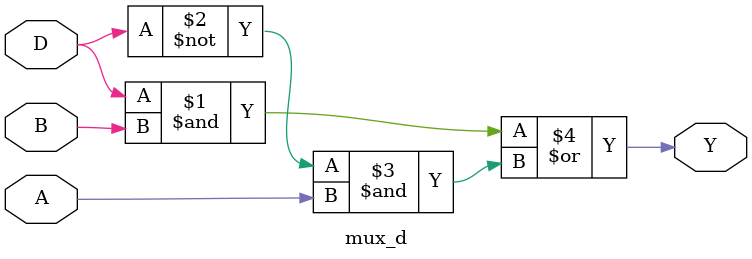
<source format=v>
module mux_8to1(I,I1,I2,I3,I4,I5,I6,I7,S,S1,S2,F);
input I,I1,I2,I3,I4,I5,I6,I7,S,S1,S2;
output F;
wire F1,F2,F3,F4,F5,F6;

mux_d f1(I,I1,S,F1);
mux_d  f2(I2,I3,S,F2);
mux_d f3(I4,I5,S,F3);
mux_d  f4(I6,I7,S,F4);

mux_d  f5(F1,F2,S1,F5);
mux_d  f6(F3,F4,S1,F6);

assign F= (F5&S2)|(F6&S2);
endmodule
module mux_d(A,B,D,Y);
input A,B,D;
output Y;
assign Y=(D&B)|(~D&A);
endmodule

</source>
